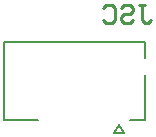
<source format=gbr>
%TF.GenerationSoftware,Altium Limited,Altium Designer,23.1.1 (15)*%
G04 Layer_Color=32896*
%FSLAX45Y45*%
%MOMM*%
%TF.SameCoordinates,DA8359DC-2A2D-43C9-82BD-A03897F034EF*%
%TF.FilePolarity,Positive*%
%TF.FileFunction,Legend,Bot*%
%TF.Part,Single*%
G01*
G75*
%TA.AperFunction,NonConductor*%
%ADD18C,0.12700*%
%ADD19C,0.25400*%
D18*
X1095802Y68199D02*
X1175802D01*
X1095802D02*
X1135802Y138201D01*
X1175802Y68199D01*
X165801Y836198D02*
X1355801D01*
X165801Y181199D02*
Y836198D01*
Y181199D02*
X445800D01*
X1225799D02*
X1355801D01*
Y707202D02*
Y836198D01*
Y181199D02*
Y562199D01*
D19*
X1308067Y1155675D02*
X1358851D01*
X1333459D01*
Y1028717D01*
X1358851Y1003325D01*
X1384242D01*
X1409634Y1028717D01*
X1155716Y1130283D02*
X1181108Y1155675D01*
X1231892D01*
X1257283Y1130283D01*
Y1104892D01*
X1231892Y1079500D01*
X1181108D01*
X1155716Y1054108D01*
Y1028717D01*
X1181108Y1003325D01*
X1231892D01*
X1257283Y1028717D01*
X1003366Y1130283D02*
X1028757Y1155675D01*
X1079541D01*
X1104933Y1130283D01*
Y1028717D01*
X1079541Y1003325D01*
X1028757D01*
X1003366Y1028717D01*
%TF.MD5,3ebe59c1eefaee8ca97b71052f179751*%
M02*

</source>
